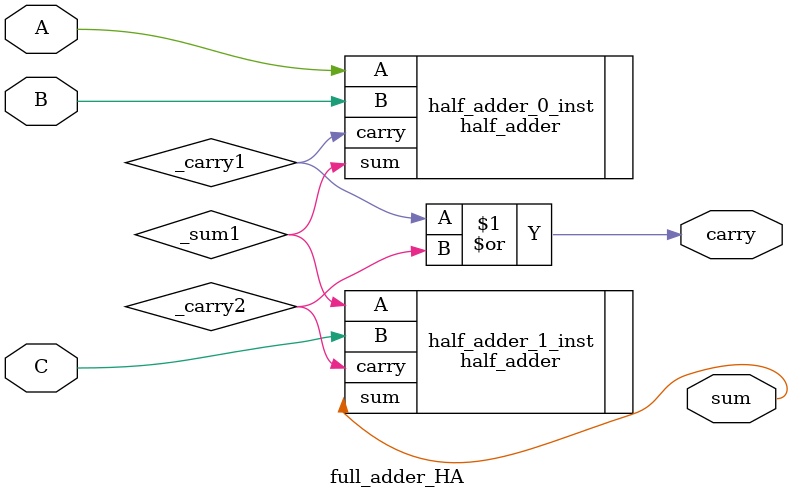
<source format=sv>
module full_adder (
    output sum,
    output carry,
    input  A, B, C
    );

    assign sum   = C ^ (A ^ B);
    assign carry = (A|B) & (B|C) & (C|A);

endmodule // full_adder


// Binary adder using Full adders
// Ripple carry adder


module full_adder_HA (
    output sum,
    output carry,
    input  A, B, C
    );

    reg _sum1;
    reg _carry1, _carry2;

    half_adder half_adder_0_inst
    (
     .A(A),
     .B(B),
     .sum(_sum1),
     .carry(_carry1)
    );

    half_adder half_adder_1_inst
    (
     .A(_sum1),
     .B(C),
     .sum(sum),
     .carry(_carry2)
    );

    assign carry = _carry1 | _carry2;

endmodule // full_adder_HA
</source>
